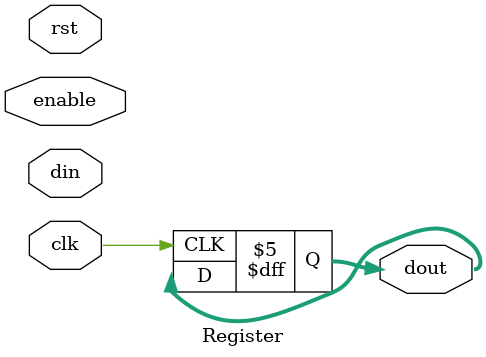
<source format=sv>
`timescale 1ns / 1ps


module RegisterFile32x32(
    input CLK,
    input EN,//enable?
    input [31:0] WD,//write data
    input [4:0] ADR1, ADR2, WA,//addresses?
    output [31:0] RS1,RS2 //unsure of diff
    );
    logic [31:0] mem [0:31];//[word size (32)] mem [address]
    initial
    begin
        for( int i = 0; i<32; i++)begin
            mem[i] = 0;
        end
    end
    //synch write to write address (WA)
    //synch write only on EN(able) and WA == 0 
    //(Register zero must always be zero)
    always_ff @ (posedge CLK)
    begin
        
        if(EN == 1 && WA !=0)
            mem[WA] <=WD;
    end
    
    //asynch read from memory locations ADR1 and ADR2
    assign RS1 = mem[ADR1];
    assign RS2 = mem[ADR2];
endmodule

module Register(clk, enable, din, dout,rst);
    input [31:0] din;
    input enable, clk,rst;
    output logic [31:0] dout=0;
    //basic instruction register
    
    
    always_ff @ (posedge clk)
    begin
        if(enable) dout <= din;
        if (rst) dout <= 0;
        dout<=dout;
    end
endmodule
</source>
